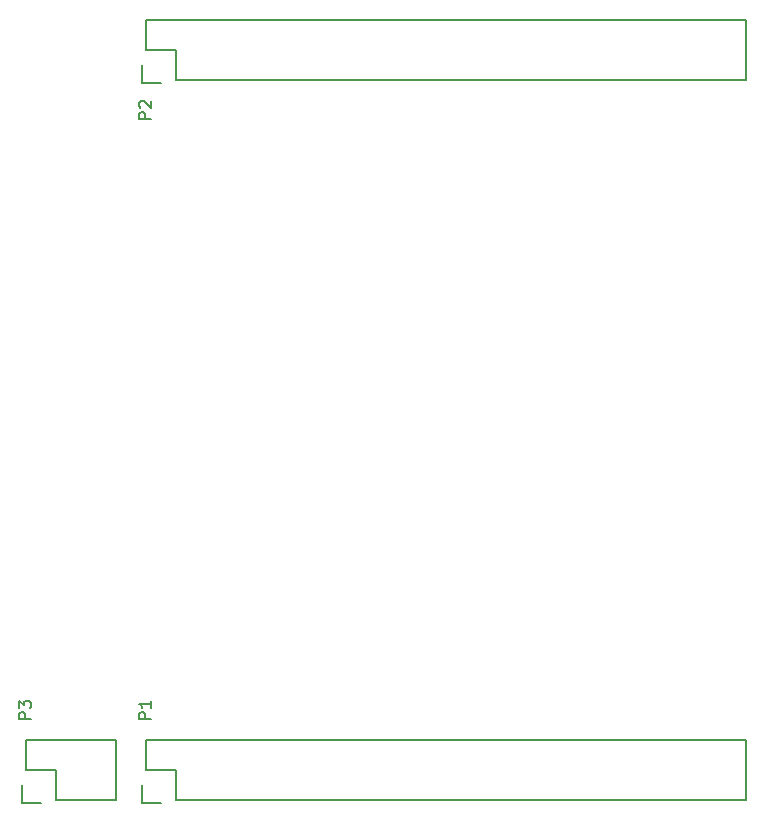
<source format=gto>
G04 #@! TF.FileFunction,Legend,Top*
%FSLAX46Y46*%
G04 Gerber Fmt 4.6, Leading zero omitted, Abs format (unit mm)*
G04 Created by KiCad (PCBNEW (after 2015-mar-04 BZR unknown)-product) date 03.06.2015 18:32:18*
%MOMM*%
G01*
G04 APERTURE LIST*
%ADD10C,0.100000*%
%ADD11C,0.150000*%
G04 APERTURE END LIST*
D10*
D11*
X115570000Y-118110000D02*
X64770000Y-118110000D01*
X67310000Y-123190000D02*
X115570000Y-123190000D01*
X115570000Y-118110000D02*
X115570000Y-123190000D01*
X64770000Y-118110000D02*
X64770000Y-120650000D01*
X64490000Y-121920000D02*
X64490000Y-123470000D01*
X64770000Y-120650000D02*
X67310000Y-120650000D01*
X67310000Y-120650000D02*
X67310000Y-123190000D01*
X64490000Y-123470000D02*
X66040000Y-123470000D01*
X115570000Y-57150000D02*
X64770000Y-57150000D01*
X67310000Y-62230000D02*
X115570000Y-62230000D01*
X115570000Y-57150000D02*
X115570000Y-62230000D01*
X64770000Y-57150000D02*
X64770000Y-59690000D01*
X64490000Y-60960000D02*
X64490000Y-62510000D01*
X64770000Y-59690000D02*
X67310000Y-59690000D01*
X67310000Y-59690000D02*
X67310000Y-62230000D01*
X64490000Y-62510000D02*
X66040000Y-62510000D01*
X57150000Y-123190000D02*
X62230000Y-123190000D01*
X54330000Y-123470000D02*
X54330000Y-121920000D01*
X54610000Y-120650000D02*
X57150000Y-120650000D01*
X57150000Y-120650000D02*
X57150000Y-123190000D01*
X62230000Y-123190000D02*
X62230000Y-118110000D01*
X62230000Y-118110000D02*
X57150000Y-118110000D01*
X54330000Y-123470000D02*
X55880000Y-123470000D01*
X54610000Y-118110000D02*
X54610000Y-120650000D01*
X57150000Y-118110000D02*
X54610000Y-118110000D01*
X65222381Y-116308095D02*
X64222381Y-116308095D01*
X64222381Y-115927142D01*
X64270000Y-115831904D01*
X64317619Y-115784285D01*
X64412857Y-115736666D01*
X64555714Y-115736666D01*
X64650952Y-115784285D01*
X64698571Y-115831904D01*
X64746190Y-115927142D01*
X64746190Y-116308095D01*
X65222381Y-114784285D02*
X65222381Y-115355714D01*
X65222381Y-115070000D02*
X64222381Y-115070000D01*
X64365238Y-115165238D01*
X64460476Y-115260476D01*
X64508095Y-115355714D01*
X65222381Y-65508095D02*
X64222381Y-65508095D01*
X64222381Y-65127142D01*
X64270000Y-65031904D01*
X64317619Y-64984285D01*
X64412857Y-64936666D01*
X64555714Y-64936666D01*
X64650952Y-64984285D01*
X64698571Y-65031904D01*
X64746190Y-65127142D01*
X64746190Y-65508095D01*
X64317619Y-64555714D02*
X64270000Y-64508095D01*
X64222381Y-64412857D01*
X64222381Y-64174761D01*
X64270000Y-64079523D01*
X64317619Y-64031904D01*
X64412857Y-63984285D01*
X64508095Y-63984285D01*
X64650952Y-64031904D01*
X65222381Y-64603333D01*
X65222381Y-63984285D01*
X55062381Y-116308095D02*
X54062381Y-116308095D01*
X54062381Y-115927142D01*
X54110000Y-115831904D01*
X54157619Y-115784285D01*
X54252857Y-115736666D01*
X54395714Y-115736666D01*
X54490952Y-115784285D01*
X54538571Y-115831904D01*
X54586190Y-115927142D01*
X54586190Y-116308095D01*
X54062381Y-115403333D02*
X54062381Y-114784285D01*
X54443333Y-115117619D01*
X54443333Y-114974761D01*
X54490952Y-114879523D01*
X54538571Y-114831904D01*
X54633810Y-114784285D01*
X54871905Y-114784285D01*
X54967143Y-114831904D01*
X55014762Y-114879523D01*
X55062381Y-114974761D01*
X55062381Y-115260476D01*
X55014762Y-115355714D01*
X54967143Y-115403333D01*
M02*

</source>
